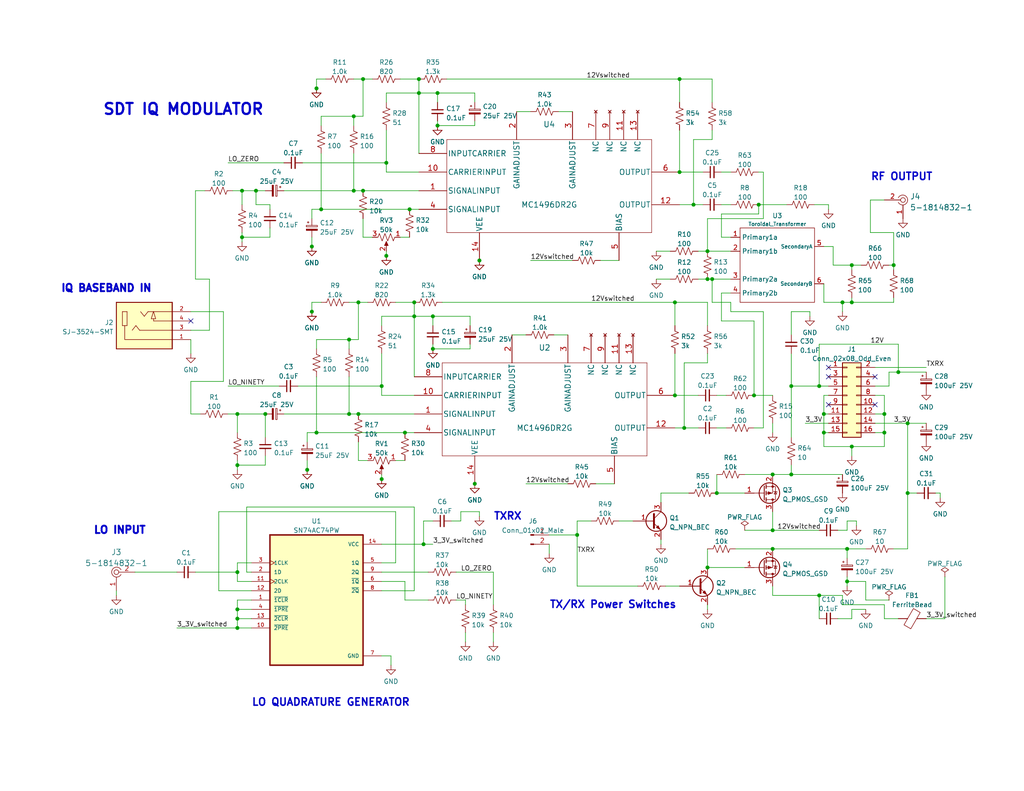
<source format=kicad_sch>
(kicad_sch (version 20211123) (generator eeschema)
  (paper "USLetter")
  (title_block (title "SDT IQ MODULATOR") (date "2022-12-06") (rev "1.0") (company "KF5N"))
  (junction (at 194.31 76.2))
  (junction (at 193.04 76.2))
  (junction (at 96.52 52.07))
  (junction (at 232.41 72.39))
  (junction (at 245.11 101.6))
  (junction (at 210.82 149.86))
  (junction (at 95.25 113.03))
  (junction (at 229.87 82.55))
  (junction (at 184.15 107.95))
  (junction (at 207.01 55.88))
  (junction (at 104.14 105.41))
  (junction (at 113.03 86.36))
  (junction (at 118.11 95.25))
  (junction (at 99.06 52.07))
  (junction (at 185.42 46.99))
  (junction (at 193.04 154.94))
  (junction (at 115.57 148.59))
  (junction (at 129.54 132.08))
  (junction (at 247.65 115.57))
  (junction (at 105.41 44.45))
  (junction (at 130.81 71.12))
  (junction (at 223.52 162.56))
  (junction (at 241.3 118.11))
  (junction (at 118.11 86.36))
  (junction (at 97.79 82.55))
  (junction (at 189.23 55.88))
  (junction (at 205.74 107.95))
  (junction (at 224.79 118.11))
  (junction (at 193.04 68.58))
  (junction (at 66.04 52.07))
  (junction (at 64.77 171.45))
  (junction (at 64.77 168.91))
  (junction (at 114.3 25.4))
  (junction (at 215.9 129.54))
  (junction (at 85.09 85.09))
  (junction (at 119.38 25.4))
  (junction (at 241.3 113.03))
  (junction (at 231.14 149.86))
  (junction (at 97.79 113.03))
  (junction (at 114.3 21.59))
  (junction (at 231.14 158.75))
  (junction (at 86.36 24.13))
  (junction (at 95.25 92.71))
  (junction (at 223.52 105.41))
  (junction (at 111.76 57.15))
  (junction (at 247.65 134.62))
  (junction (at 185.42 21.59))
  (junction (at 186.69 116.84))
  (junction (at 113.03 82.55))
  (junction (at 232.41 82.55))
  (junction (at 119.38 34.29))
  (junction (at 83.82 128.27))
  (junction (at 157.48 146.05))
  (junction (at 72.39 113.03))
  (junction (at 64.77 166.37))
  (junction (at 105.41 69.85))
  (junction (at 243.84 72.39))
  (junction (at 215.9 105.41))
  (junction (at 86.36 118.11))
  (junction (at 69.85 52.07))
  (junction (at 210.82 144.78))
  (junction (at 110.49 118.11))
  (junction (at 195.58 134.62))
  (junction (at 99.06 21.59))
  (junction (at 232.41 121.92))
  (junction (at 96.52 31.75))
  (junction (at 64.77 156.21))
  (junction (at 210.82 129.54))
  (junction (at 87.63 57.15))
  (junction (at 64.77 127))
  (junction (at 184.15 82.55))
  (junction (at 66.04 64.77))
  (junction (at 85.09 67.31))
  (junction (at 104.14 130.81))
  (junction (at 64.77 113.03))
  (junction (at 224.79 113.03))
  (no_connect (at 238.76 110.49))
  (no_connect (at 238.76 102.87))
  (no_connect (at 226.06 100.33))
  (no_connect (at 226.06 102.87))
  (no_connect (at 52.07 87.63))
  (no_connect (at 226.06 110.49))
  (wire (pts (xy 95.25 102.87) (xy 95.25 113.03)))
  (wire (pts (xy 67.31 156.21) (xy 67.31 138.43)))
  (wire (pts (xy 231.14 157.48) (xy 231.14 158.75)))
  (wire (pts (xy 193.04 154.94) (xy 203.2 154.94)))
  (wire (pts (xy 106.68 179.07) (xy 106.68 181.61)))
  (wire (pts (xy 210.82 139.7) (xy 210.82 144.78)))
  (wire (pts (xy 232.41 82.55) (xy 229.87 82.55)))
  (wire (pts (xy 52.07 90.17) (xy 57.15 90.17)))
  (wire (pts (xy 157.48 142.24) (xy 157.48 146.05)))
  (wire (pts (xy 104.14 153.67) (xy 107.95 153.67)))
  (wire (pts (xy 179.07 68.58) (xy 182.88 68.58)))
  (wire (pts (xy 83.82 118.11) (xy 83.82 120.65)))
  (wire (pts (xy 224.79 67.31) (xy 227.33 67.31)))
  (wire (pts (xy 203.2 144.78) (xy 210.82 144.78)))
  (wire (pts (xy 205.74 107.95) (xy 210.82 107.95)))
  (wire (pts (xy 66.04 64.77) (xy 73.66 64.77)))
  (wire (pts (xy 207.01 58.42) (xy 196.85 58.42)))
  (wire (pts (xy 95.25 113.03) (xy 97.79 113.03)))
  (wire (pts (xy 119.38 25.4) (xy 129.54 25.4)))
  (wire (pts (xy 226.06 55.88) (xy 226.06 57.15)))
  (wire (pts (xy 64.77 158.75) (xy 68.58 158.75)))
  (wire (pts (xy 66.04 63.5) (xy 66.04 64.77)))
  (wire (pts (xy 215.9 105.41) (xy 223.52 105.41)))
  (wire (pts (xy 241.3 168.91) (xy 245.11 168.91)))
  (wire (pts (xy 242.57 105.41) (xy 242.57 101.6)))
  (wire (pts (xy 207.01 55.88) (xy 214.63 55.88)))
  (wire (pts (xy 189.23 38.1) (xy 194.31 38.1)))
  (wire (pts (xy 72.39 127) (xy 72.39 124.46)))
  (wire (pts (xy 118.11 86.36) (xy 118.11 88.9)))
  (wire (pts (xy 223.52 162.56) (xy 229.87 162.56)))
  (wire (pts (xy 231.14 149.86) (xy 231.14 152.4)))
  (wire (pts (xy 224.79 113.03) (xy 226.06 113.03)))
  (wire (pts (xy 109.22 21.59) (xy 114.3 21.59)))
  (wire (pts (xy 243.84 72.39) (xy 243.84 63.5)))
  (wire (pts (xy 180.34 147.32) (xy 180.34 148.59)))
  (wire (pts (xy 107.95 125.73) (xy 110.49 125.73)))
  (wire (pts (xy 247.65 134.62) (xy 250.19 134.62)))
  (wire (pts (xy 226.06 107.95) (xy 224.79 107.95)))
  (wire (pts (xy 64.77 153.67) (xy 64.77 156.21)))
  (wire (pts (xy 257.81 168.91) (xy 257.81 157.48)))
  (wire (pts (xy 194.31 76.2) (xy 199.39 76.2)))
  (wire (pts (xy 118.11 142.24) (xy 115.57 142.24)))
  (wire (pts (xy 205.74 116.84) (xy 208.28 116.84)))
  (wire (pts (xy 210.82 115.57) (xy 210.82 118.11)))
  (wire (pts (xy 196.85 55.88) (xy 199.39 55.88)))
  (wire (pts (xy 99.06 59.69) (xy 99.06 64.77)))
  (wire (pts (xy 238.76 115.57) (xy 247.65 115.57)))
  (wire (pts (xy 241.3 107.95) (xy 241.3 113.03)))
  (wire (pts (xy 219.71 115.57) (xy 226.06 115.57)))
  (wire (pts (xy 86.36 21.59) (xy 86.36 24.13)))
  (wire (pts (xy 242.57 72.39) (xy 243.84 72.39)))
  (wire (pts (xy 66.04 64.77) (xy 66.04 66.04)))
  (wire (pts (xy 199.39 82.55) (xy 194.31 82.55)))
  (wire (pts (xy 111.76 57.15) (xy 114.3 57.15)))
  (wire (pts (xy 113.03 82.55) (xy 113.03 86.36)))
  (wire (pts (xy 223.52 105.41) (xy 223.52 93.98)))
  (wire (pts (xy 81.28 105.41) (xy 104.14 105.41)))
  (wire (pts (xy 87.63 34.29) (xy 87.63 31.75)))
  (wire (pts (xy 69.85 52.07) (xy 72.39 52.07)))
  (wire (pts (xy 193.04 59.69) (xy 193.04 68.58)))
  (wire (pts (xy 232.41 121.92) (xy 232.41 124.46)))
  (wire (pts (xy 62.23 105.41) (xy 76.2 105.41)))
  (wire (pts (xy 190.5 68.58) (xy 193.04 68.58)))
  (wire (pts (xy 193.04 96.52) (xy 193.04 99.06)))
  (wire (pts (xy 110.49 118.11) (xy 113.03 118.11)))
  (wire (pts (xy 196.85 64.77) (xy 199.39 64.77)))
  (wire (pts (xy 193.04 149.86) (xy 193.04 154.94)))
  (wire (pts (xy 157.48 146.05) (xy 157.48 160.02)))
  (wire (pts (xy 59.69 161.29) (xy 59.69 139.7)))
  (wire (pts (xy 241.3 113.03) (xy 241.3 118.11)))
  (wire (pts (xy 62.23 113.03) (xy 64.77 113.03)))
  (wire (pts (xy 215.9 96.52) (xy 215.9 105.41)))
  (wire (pts (xy 105.41 27.94) (xy 105.41 25.4)))
  (wire (pts (xy 97.79 120.65) (xy 97.79 125.73)))
  (wire (pts (xy 130.81 139.7) (xy 130.81 140.97)))
  (wire (pts (xy 124.46 163.83) (xy 127 163.83)))
  (wire (pts (xy 231.14 158.75) (xy 236.22 158.75)))
  (wire (pts (xy 238.76 118.11) (xy 241.3 118.11)))
  (wire (pts (xy 195.58 116.84) (xy 198.12 116.84)))
  (wire (pts (xy 87.63 41.91) (xy 87.63 57.15)))
  (wire (pts (xy 48.26 171.45) (xy 64.77 171.45)))
  (wire (pts (xy 124.46 156.21) (xy 134.62 156.21)))
  (wire (pts (xy 152.4 30.48) (xy 156.21 30.48)))
  (wire (pts (xy 97.79 82.55) (xy 100.33 82.55)))
  (wire (pts (xy 210.82 129.54) (xy 215.9 129.54)))
  (wire (pts (xy 243.84 149.86) (xy 247.65 149.86)))
  (wire (pts (xy 179.07 76.2) (xy 182.88 76.2)))
  (wire (pts (xy 168.91 142.24) (xy 172.72 142.24)))
  (wire (pts (xy 110.49 158.75) (xy 110.49 163.83)))
  (wire (pts (xy 64.77 171.45) (xy 68.58 171.45)))
  (wire (pts (xy 110.49 163.83) (xy 116.84 163.83)))
  (wire (pts (xy 255.27 134.62) (xy 256.54 134.62)))
  (wire (pts (xy 118.11 95.25) (xy 128.27 95.25)))
  (wire (pts (xy 73.66 57.15) (xy 73.66 55.88)))
  (wire (pts (xy 227.33 67.31) (xy 227.33 72.39)))
  (wire (pts (xy 99.06 52.07) (xy 114.3 52.07)))
  (wire (pts (xy 232.41 166.37) (xy 236.22 166.37)))
  (wire (pts (xy 232.41 72.39) (xy 234.95 72.39)))
  (wire (pts (xy 63.5 52.07) (xy 66.04 52.07)))
  (wire (pts (xy 231.14 149.86) (xy 236.22 149.86)))
  (wire (pts (xy 97.79 82.55) (xy 97.79 92.71)))
  (wire (pts (xy 186.69 116.84) (xy 186.69 99.06)))
  (wire (pts (xy 224.79 107.95) (xy 224.79 113.03)))
  (wire (pts (xy 121.92 21.59) (xy 185.42 21.59)))
  (wire (pts (xy 109.22 64.77) (xy 111.76 64.77)))
  (wire (pts (xy 101.6 64.77) (xy 99.06 64.77)))
  (wire (pts (xy 68.58 163.83) (xy 64.77 163.83)))
  (wire (pts (xy 247.65 115.57) (xy 252.73 115.57)))
  (wire (pts (xy 52.07 104.14) (xy 60.96 104.14)))
  (wire (pts (xy 241.3 121.92) (xy 241.3 118.11)))
  (wire (pts (xy 119.38 34.29) (xy 129.54 34.29)))
  (wire (pts (xy 85.09 57.15) (xy 85.09 59.69)))
  (wire (pts (xy 105.41 35.56) (xy 105.41 44.45)))
  (wire (pts (xy 86.36 95.25) (xy 86.36 92.71)))
  (wire (pts (xy 149.86 146.05) (xy 157.48 146.05)))
  (wire (pts (xy 210.82 149.86) (xy 231.14 149.86)))
  (wire (pts (xy 205.74 107.95) (xy 205.74 87.63)))
  (wire (pts (xy 196.85 87.63) (xy 196.85 80.01)))
  (wire (pts (xy 95.25 82.55) (xy 97.79 82.55)))
  (wire (pts (xy 86.36 92.71) (xy 95.25 92.71)))
  (wire (pts (xy 73.66 55.88) (xy 69.85 55.88)))
  (wire (pts (xy 97.79 92.71) (xy 95.25 92.71)))
  (wire (pts (xy 237.49 63.5) (xy 237.49 54.61)))
  (wire (pts (xy 96.52 31.75) (xy 96.52 34.29)))
  (wire (pts (xy 128.27 93.98) (xy 128.27 95.25)))
  (wire (pts (xy 53.34 52.07) (xy 53.34 76.2)))
  (wire (pts (xy 228.6 168.91) (xy 232.41 168.91)))
  (wire (pts (xy 104.14 86.36) (xy 113.03 86.36)))
  (wire (pts (xy 185.42 46.99) (xy 191.77 46.99)))
  (wire (pts (xy 185.42 21.59) (xy 194.31 21.59)))
  (wire (pts (xy 163.83 71.12) (xy 168.91 71.12)))
  (wire (pts (xy 104.14 129.54) (xy 104.14 130.81)))
  (wire (pts (xy 64.77 113.03) (xy 64.77 118.11)))
  (wire (pts (xy 184.15 116.84) (xy 186.69 116.84)))
  (wire (pts (xy 64.77 163.83) (xy 64.77 166.37)))
  (wire (pts (xy 195.58 129.54) (xy 195.58 134.62)))
  (wire (pts (xy 99.06 31.75) (xy 96.52 31.75)))
  (wire (pts (xy 104.14 156.21) (xy 116.84 156.21)))
  (wire (pts (xy 231.14 158.75) (xy 231.14 160.02)))
  (wire (pts (xy 232.41 81.28) (xy 232.41 82.55)))
  (wire (pts (xy 157.48 160.02) (xy 173.99 160.02)))
  (wire (pts (xy 53.34 76.2) (xy 57.15 76.2)))
  (wire (pts (xy 241.3 165.1) (xy 241.3 168.91)))
  (wire (pts (xy 97.79 113.03) (xy 113.03 113.03)))
  (wire (pts (xy 128.27 86.36) (xy 128.27 88.9)))
  (wire (pts (xy 118.11 86.36) (xy 128.27 86.36)))
  (wire (pts (xy 233.68 142.24) (xy 233.68 143.51)))
  (wire (pts (xy 88.9 21.59) (xy 86.36 21.59)))
  (wire (pts (xy 236.22 158.75) (xy 236.22 163.83)))
  (wire (pts (xy 238.76 105.41) (xy 242.57 105.41)))
  (wire (pts (xy 53.34 156.21) (xy 64.77 156.21)))
  (wire (pts (xy 59.69 139.7) (xy 107.95 139.7)))
  (wire (pts (xy 123.19 142.24) (xy 125.73 142.24)))
  (wire (pts (xy 64.77 125.73) (xy 64.77 127)))
  (wire (pts (xy 82.55 44.45) (xy 105.41 44.45)))
  (wire (pts (xy 245.11 93.98) (xy 245.11 101.6)))
  (wire (pts (xy 229.87 82.55) (xy 229.87 85.09)))
  (wire (pts (xy 99.06 21.59) (xy 101.6 21.59)))
  (wire (pts (xy 120.65 82.55) (xy 184.15 82.55)))
  (wire (pts (xy 238.76 113.03) (xy 241.3 113.03)))
  (wire (pts (xy 77.47 113.03) (xy 95.25 113.03)))
  (wire (pts (xy 195.58 134.62) (xy 203.2 134.62)))
  (wire (pts (xy 139.7 91.44) (xy 143.51 91.44)))
  (wire (pts (xy 151.13 91.44) (xy 154.94 91.44)))
  (wire (pts (xy 64.77 166.37) (xy 68.58 166.37)))
  (wire (pts (xy 184.15 82.55) (xy 193.04 82.55)))
  (wire (pts (xy 242.57 101.6) (xy 245.11 101.6)))
  (wire (pts (xy 77.47 52.07) (xy 96.52 52.07)))
  (wire (pts (xy 64.77 168.91) (xy 64.77 171.45)))
  (wire (pts (xy 105.41 25.4) (xy 114.3 25.4)))
  (wire (pts (xy 229.87 165.1) (xy 241.3 165.1)))
  (wire (pts (xy 184.15 82.55) (xy 184.15 88.9)))
  (wire (pts (xy 62.23 44.45) (xy 77.47 44.45)))
  (wire (pts (xy 67.31 138.43) (xy 113.03 138.43)))
  (wire (pts (xy 68.58 161.29) (xy 59.69 161.29)))
  (wire (pts (xy 181.61 160.02) (xy 185.42 160.02)))
  (wire (pts (xy 60.96 85.09) (xy 60.96 104.14)))
  (wire (pts (xy 53.34 52.07) (xy 55.88 52.07)))
  (wire (pts (xy 87.63 31.75) (xy 96.52 31.75)))
  (wire (pts (xy 237.49 54.61) (xy 241.3 54.61)))
  (wire (pts (xy 104.14 88.9) (xy 104.14 86.36)))
  (wire (pts (xy 185.42 55.88) (xy 189.23 55.88)))
  (wire (pts (xy 223.52 168.91) (xy 223.52 162.56)))
  (wire (pts (xy 64.77 156.21) (xy 64.77 158.75)))
  (wire (pts (xy 227.33 72.39) (xy 232.41 72.39)))
  (wire (pts (xy 203.2 129.54) (xy 210.82 129.54)))
  (wire (pts (xy 105.41 44.45) (xy 105.41 46.99)))
  (wire (pts (xy 232.41 168.91) (xy 232.41 166.37)))
  (wire (pts (xy 193.04 68.58) (xy 199.39 68.58)))
  (wire (pts (xy 134.62 156.21) (xy 134.62 165.1)))
  (wire (pts (xy 107.95 82.55) (xy 113.03 82.55)))
  (wire (pts (xy 64.77 166.37) (xy 64.77 168.91)))
  (wire (pts (xy 64.77 168.91) (xy 68.58 168.91)))
  (wire (pts (xy 256.54 134.62) (xy 256.54 135.89)))
  (wire (pts (xy 119.38 25.4) (xy 119.38 27.94)))
  (wire (pts (xy 162.56 132.08) (xy 167.64 132.08)))
  (wire (pts (xy 215.9 91.44) (xy 215.9 85.09)))
  (wire (pts (xy 223.52 93.98) (xy 245.11 93.98)))
  (wire (pts (xy 194.31 76.2) (xy 193.04 76.2)))
  (wire (pts (xy 86.36 118.11) (xy 110.49 118.11)))
  (wire (pts (xy 189.23 55.88) (xy 189.23 38.1)))
  (wire (pts (xy 224.79 118.11) (xy 226.06 118.11)))
  (wire (pts (xy 100.33 125.73) (xy 97.79 125.73)))
  (wire (pts (xy 224.79 121.92) (xy 232.41 121.92)))
  (wire (pts (xy 229.87 162.56) (xy 229.87 165.1)))
  (wire (pts (xy 207.01 55.88) (xy 207.01 58.42)))
  (wire (pts (xy 73.66 64.77) (xy 73.66 62.23)))
  (wire (pts (xy 185.42 21.59) (xy 185.42 27.94)))
  (wire (pts (xy 105.41 46.99) (xy 114.3 46.99)))
  (wire (pts (xy 118.11 93.98) (xy 118.11 95.25)))
  (wire (pts (xy 196.85 80.01) (xy 199.39 80.01)))
  (wire (pts (xy 143.51 132.08) (xy 154.94 132.08)))
  (wire (pts (xy 52.07 85.09) (xy 60.96 85.09)))
  (wire (pts (xy 243.84 63.5) (xy 237.49 63.5)))
  (wire (pts (xy 210.82 162.56) (xy 223.52 162.56)))
  (wire (pts (xy 72.39 113.03) (xy 72.39 119.38)))
  (wire (pts (xy 129.54 33.02) (xy 129.54 34.29)))
  (wire (pts (xy 85.09 64.77) (xy 85.09 67.31)))
  (wire (pts (xy 180.34 137.16) (xy 180.34 134.62)))
  (wire (pts (xy 66.04 52.07) (xy 69.85 52.07)))
  (wire (pts (xy 31.75 161.29) (xy 31.75 162.56)))
  (wire (pts (xy 99.06 21.59) (xy 99.06 31.75)))
  (wire (pts (xy 115.57 148.59) (xy 118.11 148.59)))
  (wire (pts (xy 85.09 82.55) (xy 85.09 85.09)))
  (wire (pts (xy 193.04 82.55) (xy 193.04 88.9)))
  (wire (pts (xy 185.42 35.56) (xy 185.42 46.99)))
  (wire (pts (xy 243.84 72.39) (xy 243.84 73.66)))
  (wire (pts (xy 52.07 113.03) (xy 52.07 104.14)))
  (wire (pts (xy 208.28 46.99) (xy 207.01 46.99)))
  (wire (pts (xy 180.34 134.62) (xy 187.96 134.62)))
  (wire (pts (xy 194.31 21.59) (xy 194.31 27.94)))
  (wire (pts (xy 114.3 21.59) (xy 114.3 25.4)))
  (wire (pts (xy 125.73 139.7) (xy 130.81 139.7)))
  (wire (pts (xy 64.77 127) (xy 72.39 127)))
  (wire (pts (xy 64.77 127) (xy 64.77 128.27)))
  (wire (pts (xy 66.04 52.07) (xy 66.04 55.88)))
  (wire (pts (xy 210.82 160.02) (xy 210.82 162.56)))
  (wire (pts (xy 243.84 81.28) (xy 243.84 82.55)))
  (wire (pts (xy 87.63 82.55) (xy 85.09 82.55)))
  (wire (pts (xy 194.31 35.56) (xy 194.31 38.1)))
  (wire (pts (xy 199.39 85.09) (xy 199.39 82.55)))
  (wire (pts (xy 96.52 52.07) (xy 99.06 52.07)))
  (wire (pts (xy 195.58 107.95) (xy 198.12 107.95)))
  (wire (pts (xy 205.74 87.63) (xy 196.85 87.63)))
  (wire (pts (xy 224.79 118.11) (xy 224.79 121.92)))
  (wire (pts (xy 129.54 25.4) (xy 129.54 27.94)))
  (wire (pts (xy 208.28 116.84) (xy 208.28 85.09)))
  (wire (pts (xy 113.03 86.36) (xy 118.11 86.36)))
  (wire (pts (xy 252.73 168.91) (xy 257.81 168.91)))
  (wire (pts (xy 134.62 172.72) (xy 134.62 175.26)))
  (wire (pts (xy 196.85 58.42) (xy 196.85 64.77)))
  (wire (pts (xy 87.63 57.15) (xy 85.09 57.15)))
  (wire (pts (xy 104.14 96.52) (xy 104.14 105.41)))
  (wire (pts (xy 113.03 138.43) (xy 113.03 161.29)))
  (wire (pts (xy 127 172.72) (xy 127 175.26)))
  (wire (pts (xy 231.14 142.24) (xy 233.68 142.24)))
  (wire (pts (xy 232.41 72.39) (xy 232.41 73.66)))
  (wire (pts (xy 189.23 55.88) (xy 191.77 55.88)))
  (wire (pts (xy 105.41 68.58) (xy 105.41 69.85)))
  (wire (pts (xy 52.07 113.03) (xy 54.61 113.03)))
  (wire (pts (xy 224.79 82.55) (xy 229.87 82.55)))
  (wire (pts (xy 228.6 144.78) (xy 231.14 144.78)))
  (wire (pts (xy 104.14 105.41) (xy 104.14 107.95)))
  (wire (pts (xy 95.25 92.71) (xy 95.25 95.25)))
  (wire (pts (xy 194.31 82.55) (xy 194.31 76.2)))
  (wire (pts (xy 215.9 129.54) (xy 215.9 127)))
  (wire (pts (xy 87.63 57.15) (xy 111.76 57.15)))
  (wire (pts (xy 57.15 90.17) (xy 57.15 76.2)))
  (wire (pts (xy 68.58 153.67) (xy 64.77 153.67)))
  (wire (pts (xy 247.65 115.57) (xy 247.65 134.62)))
  (wire (pts (xy 215.9 85.09) (xy 220.98 85.09)))
  (wire (pts (xy 96.52 21.59) (xy 99.06 21.59)))
  (wire (pts (xy 114.3 25.4) (xy 119.38 25.4)))
  (wire (pts (xy 113.03 86.36) (xy 113.03 102.87)))
  (wire (pts (xy 245.11 101.6) (xy 252.73 101.6)))
  (wire (pts (xy 119.38 33.02) (xy 119.38 34.29)))
  (wire (pts (xy 113.03 161.29) (xy 104.14 161.29)))
  (wire (pts (xy 184.15 107.95) (xy 190.5 107.95)))
  (wire (pts (xy 52.07 92.71) (xy 52.07 96.52)))
  (wire (pts (xy 247.65 134.62) (xy 247.65 149.86)))
  (wire (pts (xy 125.73 142.24) (xy 125.73 139.7)))
  (wire (pts (xy 208.28 59.69) (xy 208.28 46.99)))
  (wire (pts (xy 104.14 158.75) (xy 110.49 158.75)))
  (wire (pts (xy 83.82 125.73) (xy 83.82 128.27)))
  (wire (pts (xy 186.69 116.84) (xy 190.5 116.84)))
  (wire (pts (xy 86.36 102.87) (xy 86.36 118.11)))
  (wire (pts (xy 238.76 107.95) (xy 241.3 107.95)))
  (wire (pts (xy 36.83 156.21) (xy 48.26 156.21)))
  (wire (pts (xy 193.04 76.2) (xy 190.5 76.2)))
  (wire (pts (xy 210.82 144.78) (xy 223.52 144.78)))
  (wire (pts (xy 222.25 55.88) (xy 226.06 55.88)))
  (wire (pts (xy 243.84 82.55) (xy 232.41 82.55)))
  (wire (pts (xy 224.79 113.03) (xy 224.79 118.11)))
  (wire (pts (xy 208.28 85.09) (xy 199.39 85.09)))
  (wire (pts (xy 64.77 113.03) (xy 72.39 113.03)))
  (wire (pts (xy 114.3 25.4) (xy 114.3 41.91)))
  (wire (pts (xy 220.98 85.09) (xy 220.98 86.36)))
  (wire (pts (xy 215.9 129.54) (xy 229.87 129.54)))
  (wire (pts (xy 104.14 107.95) (xy 113.03 107.95)))
  (wire (pts (xy 96.52 41.91) (xy 96.52 52.07)))
  (wire (pts (xy 161.29 142.24) (xy 157.48 142.24)))
  (wire (pts (xy 236.22 163.83) (xy 242.57 163.83)))
  (wire (pts (xy 69.85 55.88) (xy 69.85 52.07)))
  (wire (pts (xy 86.36 118.11) (xy 83.82 118.11)))
  (wire (pts (xy 224.79 77.47) (xy 224.79 82.55)))
  (wire (pts (xy 115.57 142.24) (xy 115.57 148.59)))
  (wire (pts (xy 68.58 156.21) (xy 67.31 156.21)))
  (wire (pts (xy 238.76 100.33) (xy 252.73 100.33)))
  (wire (pts (xy 144.78 71.12) (xy 156.21 71.12)))
  (wire (pts (xy 231.14 144.78) (xy 231.14 142.24)))
  (wire (pts (xy 200.66 149.86) (xy 210.82 149.86)))
  (wire (pts (xy 186.69 99.06) (xy 193.04 99.06)))
  (wire (pts (xy 127 163.83) (xy 127 165.1)))
  (wire (pts (xy 223.52 105.41) (xy 226.06 105.41)))
  (wire (pts (xy 196.85 46.99) (xy 199.39 46.99)))
  (wire (pts (xy 104.14 148.59) (xy 115.57 148.59)))
  (wire (pts (xy 193.04 165.1) (xy 193.04 166.37)))
  (wire (pts (xy 184.15 96.52) (xy 184.15 107.95)))
  (wire (pts (xy 193.04 59.69) (xy 208.28 59.69)))
  (wire (pts (xy 215.9 105.41) (xy 215.9 119.38)))
  (wire (pts (xy 232.41 121.92) (xy 241.3 121.92)))
  (wire (pts (xy 107.95 139.7) (xy 107.95 153.67)))
  (wire (pts (xy 149.86 148.59) (xy 149.86 151.13)))
  (wire (pts (xy 140.97 30.48) (xy 144.78 30.48)))
  (wire (pts (xy 104.14 179.07) (xy 106.68 179.07)))
  (text "IQ BASEBAND IN" (at 16.51 80.01 0) (effects (font (size 2 2) (thickness 0.6) bold) (justify left bottom)))
  (text "SDT IQ MODULATOR" (at 27.94 31.75 0) (effects (font (size 3 3) bold) (justify left bottom)))
  (text "LO INPUT" (at 25.4 146.05 0) (effects (font (size 2 2) (thickness 0.6) bold) (justify left bottom)))
  (text "RF OUTPUT" (at 237.49 49.53 0) (effects (font (size 2 2) (thickness 0.4) bold) (justify left bottom)))
  (text "LO QUADRATURE GENERATOR" (at 68.58 193.04 0) (effects (font (size 2 2) bold) (justify left bottom)))
  (text "TX/RX Power Switches" (at 149.86 166.37 0) (effects (font (size 2 2) (thickness 0.4) bold) (justify left bottom)))
  (text "TXRX" (at 134.62 142.24 0) (effects (font (size 2 2) (thickness 0.4) bold) (justify left bottom)))
  (label "TXRX" (at 157.48 151.13 0))
  (label "3_3V_switched" (at 48.26 171.45 0))
  (label "3_3V" (at 219.71 115.57 0))
  (label "12Vswitched" (at 143.51 132.08 0))
  (label "TXRX" (at 252.73 100.33 0))
  (label "12Vswitched" (at 212.09 144.78 0))
  (label "12Vswitched" (at 161.29 82.55 0))
  (label "LO_NINETY" (at 124.46 163.83 0))
  (label "LO_NINETY" (at 62.23 105.41 0))
  (label "LO_ZERO" (at 125.73 156.21 0))
  (label "3_3V" (at 243.84 115.57 0))
  (label "12V" (at 237.49 93.98 0))
  (label "12Vswitched" (at 144.78 71.12 0))
  (label "3_3V_switched" (at 252.73 168.91 0))
  (label "LO_ZERO" (at 62.23 44.45 0))
  (label "12Vswitched" (at 160.02 21.59 0))
  (label "3_3V_switched" (at 118.11 148.59 0))
  (symbol (lib_id "Device:C_Polarized_Small") (at 74.93 52.07 270) (unit 1)
    (property "Reference" "C4" (at 75.4761 46.9732 90))
    (property "Value" "25uF 25V" (at 75.4761 49.5101 90))
    (property "Footprint" "Capacitor_THT:CP_Radial_D5.0mm_P2.00mm" (effects hide))
  )
  (symbol (lib_id "Device:C_Polarized_Small") (at 129.54 30.48 0) (unit 1)
    (property "Reference" "C20" (at 131.699 29.0992 0) (effects (justify left)))
    (property "Value" "25uF 25V" (at 131.699 31.6361 0) (effects (justify left)))
    (property "Footprint" "Capacitor_THT:CP_Radial_D5.0mm_P2.00mm" (effects hide))
  )
  (symbol (lib_id "Device:R_US") (at 196.85 149.86 90) (unit 1)
    (property "Reference" "R60" (at 196.85 145.2712 90))
    (property "Value" "10k" (at 196.85 147.8081 90))
    (property "Footprint" "Resistor_SMD:R_1206_3216Metric" (effects hide))
  )
  (symbol (lib_id "Device:R_US") (at 91.44 82.55 90) (unit 1)
    (property "Reference" "R9" (at 91.44 77.9612 90))
    (property "Value" "1.0k" (at 91.44 80.4981 90))
    (property "Footprint" "Resistor_SMD:R_1206_3216Metric" (effects hide))
  )
  (symbol (lib_id "Device:R_US") (at 97.79 116.84 0) (unit 1)
    (property "Reference" "R17" (at 99.441 116.0053 0) (effects (justify left)))
    (property "Value" "10k" (at 99.441 118.5422 0) (effects (justify left)))
    (property "Footprint" "Resistor_SMD:R_1206_3216Metric" (effects hide))
  )
  (symbol (lib_id "Device:R_US") (at 86.36 99.06 0) (unit 1)
    (property "Reference" "R5" (at 88.011 98.2253 0) (effects (justify left)))
    (property "Value" "100" (at 88.011 100.7622 0) (effects (justify left)))
    (property "Footprint" "Resistor_SMD:R_1206_3216Metric" (effects hide))
  )
  (symbol (lib_id "Device:R_US") (at 186.69 68.58 90) (unit 1)
    (property "Reference" "R10" (at 186.69 63.9912 90))
    (property "Value" "100" (at 186.69 66.5281 90))
    (property "Footprint" "Resistor_SMD:R_1206_3216Metric" (effects hide))
  )
  (symbol (lib_id "Device:R_Potentiometer_US") (at 105.41 64.77 270) (unit 1)
    (property "Reference" "RV3" (at 105.41 60.1812 90))
    (property "Value" "50k" (at 105.41 62.7181 90))
    (property "Footprint" "Potentiometer_THT:Potentiometer_Bourns_3296W_Vertical" (effects hide))
  )
  (symbol (lib_id "power:GND") (at 106.68 181.61 0) (unit 1)
    (property "Reference" "#PWR016" (effects hide))
    (property "Value" "GND" (at 106.68 186.0534 0))
  )
  (symbol (lib_id "Device:R_US") (at 158.75 132.08 90) (unit 1)
    (property "Reference" "R45" (at 158.75 127.4912 90))
    (property "Value" "10k" (at 158.75 130.0281 90))
    (property "Footprint" "Resistor_SMD:R_1206_3216Metric" (effects hide))
  )
  (symbol (lib_id "Device:R_US") (at 193.04 92.71 0) (unit 1)
    (property "Reference" "R56" (at 194.691 91.8753 0) (effects (justify left)))
    (property "Value" "3k" (at 194.691 94.4122 0) (effects (justify left)))
    (property "Footprint" "Resistor_SMD:R_1206_3216Metric" (effects hide))
  )
  (symbol (lib_id "Device:R_Potentiometer_US") (at 104.14 125.73 270) (unit 1)
    (property "Reference" "RV1" (at 104.14 121.1412 90))
    (property "Value" "50k" (at 104.14 123.6781 90))
    (property "Footprint" "Potentiometer_THT:Potentiometer_Bourns_3296W_Vertical" (effects hide))
  )
  (symbol (lib_id "power:GND") (at 229.87 85.09 0) (unit 1)
    (property "Reference" "#PWR0102" (effects hide))
    (property "Value" "GND" (at 229.87 89.5334 0))
  )
  (symbol (lib_id "Device:R_US") (at 201.93 116.84 90) (unit 1)
    (property "Reference" "R6" (at 201.93 112.2512 90))
    (property "Value" "100" (at 201.93 114.7881 90))
    (property "Footprint" "Resistor_SMD:R_1206_3216Metric" (effects hide))
  )
  (symbol (lib_id "power:GND") (at 236.22 166.37 0) (unit 1)
    (property "Reference" "#PWR0106" (effects hide))
    (property "Value" "GND" (at 236.22 170.8134 0))
  )
  (symbol (lib_id "Device:C_Polarized_Small") (at 252.73 104.14 0) (unit 1)
    (property "Reference" "C28" (at 254.889 102.7592 0) (effects (justify left)))
    (property "Value" "100uF 25V" (at 254.889 105.2961 0) (effects (justify left)))
    (property "Footprint" "Capacitor_THT:CP_Radial_D8.0mm_P3.50mm" (effects hide))
  )
  (symbol (lib_id "Device:R_US") (at 160.02 71.12 90) (unit 1)
    (property "Reference" "R47" (at 160.02 66.5312 90))
    (property "Value" "10k" (at 160.02 69.0681 90))
    (property "Footprint" "Resistor_SMD:R_1206_3216Metric" (effects hide))
  )
  (symbol (lib_id "Device:Q_NPN_BEC") (at 190.5 160.02 0) (unit 1)
    (property "Reference" "Q2" (at 195.3514 159.1853 0) (effects (justify left)))
    (property "Value" "Q_NPN_BEC" (at 195.3514 161.7222 0) (effects (justify left)))
    (property "Footprint" "Package_TO_SOT_SMD:SOT-23" (effects hide))
  )
  (symbol (lib_id "Device:C_Small") (at 226.06 168.91 90) (unit 1)
    (property "Reference" "C10" (at 226.0663 163.6481 90))
    (property "Value" "0.1uF" (at 226.0663 166.185 90))
    (property "Footprint" "Capacitor_SMD:C_1206_3216Metric" (effects hide))
  )
  (symbol (lib_id "Device:R_US") (at 186.69 76.2 90) (unit 1)
    (property "Reference" "R12" (at 186.69 71.6112 90))
    (property "Value" "100" (at 186.69 74.1481 90))
    (property "Footprint" "Resistor_SMD:R_1206_3216Metric" (effects hide))
  )
  (symbol (lib_id "Device:R_US") (at 59.69 52.07 90) (unit 1)
    (property "Reference" "R2" (at 59.69 47.4812 90))
    (property "Value" "100" (at 59.69 50.0181 90))
    (property "Footprint" "Resistor_SMD:R_1206_3216Metric" (effects hide))
  )
  (symbol (lib_id "Connector:Conn_01x02_Male") (at 144.78 146.05 0) (unit 1)
    (property "Reference" "J6" (at 145.415 142.274 0))
    (property "Value" "Conn_01x02_Male" (at 145.415 144.8109 0))
    (property "Footprint" "digikey-footprints:PinHeader_1x2_P2.5mm_Drill1.1mm" (effects hide))
  )
  (symbol (lib_id "power:GND") (at 104.14 130.81 0) (unit 1)
    (property "Reference" "#PWR012" (effects hide))
    (property "Value" "GND" (at 104.14 135.2534 0))
  )
  (symbol (lib_id "Device:C_Polarized_Small") (at 231.14 154.94 0) (unit 1)
    (property "Reference" "C27" (at 233.299 153.5592 0) (effects (justify left)))
    (property "Value" "100uF 25V" (at 233.299 156.0961 0) (effects (justify left)))
    (property "Footprint" "Capacitor_THT:CP_Radial_D8.0mm_P3.50mm" (effects hide))
  )
  (symbol (lib_id "power:GND") (at 52.07 96.52 0) (unit 1)
    (property "Reference" "#PWR01" (effects hide))
    (property "Value" "GND" (at 52.07 100.9634 0))
  )
  (symbol (lib_id "power:GND") (at 105.41 69.85 0) (unit 1)
    (property "Reference" "#PWR014" (effects hide))
    (property "Value" "GND" (at 105.41 74.2934 0))
  )
  (symbol (lib_id "Device:R_US") (at 58.42 113.03 90) (unit 1)
    (property "Reference" "R1" (at 58.42 108.4412 90))
    (property "Value" "100" (at 58.42 110.9781 90))
    (property "Footprint" "Resistor_SMD:R_1206_3216Metric" (effects hide))
  )
  (symbol (lib_id "Device:R_US") (at 243.84 77.47 180) (unit 1)
    (property "Reference" "R68" (at 245.491 76.6353 0) (effects (justify right)))
    (property "Value" "100" (at 245.491 79.1722 0) (effects (justify right)))
    (property "Footprint" "Resistor_SMD:R_1206_3216Metric" (effects hide))
  )
  (symbol (lib_id "Device:R_US") (at 184.15 92.71 0) (unit 1)
    (property "Reference" "R52" (at 185.801 91.8753 0) (effects (justify left)))
    (property "Value" "3k" (at 185.801 94.4122 0) (effects (justify left)))
    (property "Footprint" "Resistor_SMD:R_1206_3216Metric" (effects hide))
  )
  (symbol (lib_id "Device:R_US") (at 148.59 30.48 90) (unit 1)
    (property "Reference" "R43" (at 148.59 25.8912 90))
    (property "Value" "1.0k" (at 148.59 28.4281 90))
    (property "Footprint" "Resistor_SMD:R_1206_3216Metric" (effects hide))
  )
  (symbol (lib_id "Device:R_US") (at 134.62 168.91 180) (unit 1)
    (property "Reference" "R40" (at 136.271 168.0753 0) (effects (justify right)))
    (property "Value" "10k" (at 136.271 170.6122 0) (effects (justify right)))
    (property "Footprint" "Resistor_SMD:R_1206_3216Metric" (effects hide))
  )
  (symbol (lib_id "power:GND") (at 64.77 128.27 0) (unit 1)
    (property "Reference" "#PWR02" (effects hide))
    (property "Value" "GND" (at 64.77 132.7134 0))
  )
  (symbol (lib_id "power:GND") (at 252.73 106.68 0) (unit 1)
    (property "Reference" "#PWR035" (effects hide))
    (property "Value" "GND" (at 252.73 111.1234 0))
  )
  (symbol (lib_id "Device:C_Small") (at 118.11 91.44 0) (unit 1)
    (property "Reference" "C15" (at 120.4341 90.6116 0) (effects (justify left)))
    (property "Value" "0.1uF" (at 120.4341 93.1485 0) (effects (justify left)))
    (property "Footprint" "Capacitor_SMD:C_1206_3216Metric" (effects hide))
  )
  (symbol (lib_id "dk_Coaxial-Connectors-RF:5-1814832-1") (at 31.75 156.21 0) (unit 1)
    (property "Reference" "J3" (at 31.7499 150.7608 0) (effects (font (size 1.524 1.524))))
    (property "Value" "5-1814832-1" (at 31.7499 153.7542 0) (effects (font (size 1.524 1.524))))
    (property "Footprint" "digikey-footprints:RF_SMA_Vertical_5-1814832-1" (effects hide))
    (property "Datasheet" "https://www.te.com/commerce/DocumentDelivery/DDEController?Action=srchrtrv&DocNm=1814832&DocType=Customer+Drawing&DocLang=English" (effects hide))
    (property "Digi-Key_PN" "A97594-ND" (effects hide))
    (property "MPN" "5-1814832-1" (effects hide))
    (property "Category" "Connectors, Interconnects" (effects hide))
    (property "Family" "Coaxial Connectors (RF)" (effects hide))
    (property "DK_Datasheet_Link" "https://www.te.com/commerce/DocumentDelivery/DDEController?Action=srchrtrv&DocNm=1814832&DocType=Customer+Drawing&DocLang=English" (effects hide))
    (property "DK_Detail_Page" "/product-detail/en/te-connectivity-amp-connectors/5-1814832-1/A97594-ND/1755982" (effects hide))
    (property "Description" "CONN SMA JACK STR 50 OHM PCB" (effects hide))
    (property "Manufacturer" "TE Connectivity AMP Connectors" (effects hide))
    (property "Status" "Active" (effects hide))
  )
  (symbol (lib_id "power:GND") (at 229.87 134.62 0) (unit 1)
    (property "Reference" "#PWR032" (effects hide))
    (property "Value" "GND" (at 229.87 139.0634 0))
  )
  (symbol (lib_id "power:GND") (at 252.73 120.65 0) (unit 1)
    (property "Reference" "#PWR036" (effects hide))
    (property "Value" "GND" (at 252.73 125.0934 0))
  )
  (symbol (lib_id "Device:R_US") (at 87.63 38.1 0) (unit 1)
    (property "Reference" "R7" (at 89.281 37.2653 0) (effects (justify left)))
    (property "Value" "100" (at 89.281 39.8022 0) (effects (justify left)))
    (property "Footprint" "Resistor_SMD:R_1206_3216Metric" (effects hide))
  )
  (symbol (lib_id "power:PWR_FLAG") (at 242.57 163.83 0) (unit 1)
    (property "Reference" "#FLG0103" (effects hide))
    (property "Value" "PWR_FLAG" (at 242.57 160.2542 0))
  )
  (symbol (lib_id "power:GND") (at 85.09 67.31 0) (unit 1)
    (property "Reference" "#PWR06" (effects hide))
    (property "Value" "GND" (at 85.09 71.7534 0))
  )
  (symbol (lib_id "power:GND") (at 129.54 132.08 0) (unit 1)
    (property "Reference" "#PWR022" (effects hide))
    (property "Value" "GND" (at 129.54 136.5234 0))
  )
  (symbol (lib_id "Device:R_US") (at 218.44 55.88 90) (unit 1)
    (property "Reference" "R18" (at 218.44 51.2912 90))
    (property "Value" "100" (at 218.44 53.8281 90))
    (property "Footprint" "Resistor_SMD:R_1206_3216Metric" (effects hide))
  )
  (symbol (lib_id "Device:R_US") (at 92.71 21.59 90) (unit 1)
    (property "Reference" "R11" (at 92.71 17.0012 90))
    (property "Value" "1.0k" (at 92.71 19.5381 90))
    (property "Footprint" "Resistor_SMD:R_1206_3216Metric" (effects hide))
  )
  (symbol (lib_id "Device:R_US") (at 118.11 21.59 90) (unit 1)
    (property "Reference" "R35" (at 118.11 17.0012 90))
    (property "Value" "1.3k" (at 118.11 19.5381 90))
    (property "Footprint" "Resistor_SMD:R_1206_3216Metric" (effects hide))
  )
  (symbol (lib_id "power:GND") (at 134.62 175.26 0) (unit 1)
    (property "Reference" "#PWR026" (effects hide))
    (property "Value" "GND" (at 134.62 179.7034 0))
  )
  (symbol (lib_id "power:PWR_FLAG") (at 203.2 144.78 0) (unit 1)
    (property "Reference" "#FLG0102" (effects hide))
    (property "Value" "PWR_FLAG" (at 203.2 141.2042 0))
  )
  (symbol (lib_id "power:GND") (at 226.06 57.15 0) (unit 1)
    (property "Reference" "#PWR0108" (effects hide))
    (property "Value" "GND" (at 226.06 61.5934 0))
  )
  (symbol (lib_id "Device:C_Small") (at 73.66 59.69 0) (unit 1)
    (property "Reference" "C14" (at 75.9841 58.8616 0) (effects (justify left)))
    (property "Value" "0.1uF" (at 75.9841 61.3985 0) (effects (justify left)))
    (property "Footprint" "Capacitor_SMD:C_1206_3216Metric" (effects hide))
  )
  (symbol (lib_id "Device:C_Polarized_Small") (at 252.73 118.11 0) (unit 1)
    (property "Reference" "C29" (at 254.889 116.7292 0) (effects (justify left)))
    (property "Value" "100uF 25V" (at 254.889 119.2661 0) (effects (justify left)))
    (property "Footprint" "Capacitor_THT:CP_Radial_D8.0mm_P3.50mm" (effects hide))
  )
  (symbol (lib_id "power:GND") (at 149.86 151.13 0) (unit 1)
    (property "Reference" "#PWR027" (effects hide))
    (property "Value" "GND" (at 149.86 155.5734 0))
  )
  (symbol (lib_id "SN74AC74PW:SN74AC74PW") (at 86.36 163.83 0) (unit 1)
    (property "Reference" "U1" (at 86.36 142.2722 0))
    (property "Value" "SN74AC74PW" (at 86.36 144.8091 0))
    (property "Footprint" "SN74AC74PW:SOP65P640X120-14N" (effects hide))
  )
  (symbol (lib_name "MC1496DR2G_1") (lib_id "MC1496:MC1496DR2G") (at 114.3 43.18 0) (unit 1)
    (property "Reference" "U4" (at 149.86 33.9524 0) (effects (font (size 1.524 1.524))))
    (property "Value" "MC1496DR2G" (at 149.86 55.88 0) (effects (font (size 1.524 1.524))))
    (property "Footprint" "MC1496:MC1496DR2G" (effects hide))
  )
  (symbol (lib_id "Device:R_US") (at 191.77 134.62 90) (unit 1)
    (property "Reference" "R55" (at 191.77 130.0312 90))
    (property "Value" "10k" (at 191.77 132.5681 90))
    (property "Footprint" "Resistor_SMD:R_1206_3216Metric" (effects hide))
  )
  (symbol (lib_id "power:GND") (at 130.81 140.97 0) (unit 1)
    (property "Reference" "#PWR030" (effects hide))
    (property "Value" "GND" (at 130.81 145.4134 0))
  )
  (symbol (lib_id "power:GND") (at 129.54 132.08 0) (unit 1)
    (property "Reference" "#PWR023" (effects hide))
    (property "Value" "GND" (at 129.54 136.5234 0))
  )
  (symbol (lib_id "Device:R_US") (at 232.41 77.47 180) (unit 1)
    (property "Reference" "R65" (at 234.061 76.6353 0) (effects (justify right)))
    (property "Value" "100" (at 234.061 79.1722 0) (effects (justify right)))
    (property "Footprint" "Resistor_SMD:R_1206_3216Metric" (effects hide))
  )
  (symbol (lib_id "power:GND") (at 179.07 76.2 0) (unit 1)
    (property "Reference" "#PWR0104" (effects hide))
    (property "Value" "GND" (at 179.07 80.6434 0))
  )
  (symbol (lib_name "MC1496DR2G_1") (lib_id "MC1496:MC1496DR2G") (at 113.03 104.14 0) (unit 1)
    (property "Reference" "U2" (at 148.59 94.9124 0) (effects (font (size 1.524 1.524))))
    (property "Value" "MC1496DR2G" (at 148.59 116.84 0) (effects (font (size 1.524 1.524))))
    (property "Footprint" "MC1496:MC1496DR2G" (effects hide))
  )
  (symbol (lib_id "power:GND") (at 233.68 143.51 0) (unit 1)
    (property "Reference" "#PWR0105" (effects hide))
    (property "Value" "GND" (at 233.68 147.9534 0))
  )
  (symbol (lib_id "Device:R_US") (at 96.52 38.1 0) (unit 1)
    (property "Reference" "R16" (at 98.171 37.2653 0) (effects (justify left)))
    (property "Value" "100" (at 98.171 39.8022 0) (effects (justify left)))
    (property "Footprint" "Resistor_SMD:R_1206_3216Metric" (effects hide))
  )
  (symbol (lib_id "power:GND") (at 118.11 95.25 0) (unit 1)
    (property "Reference" "#PWR017" (effects hide))
    (property "Value" "GND" (at 118.11 99.6934 0))
  )
  (symbol (lib_id "Device:R_US") (at 105.41 31.75 0) (unit 1)
    (property "Reference" "R28" (at 107.061 30.9153 0) (effects (justify left)))
    (property "Value" "51" (at 107.061 33.4522 0) (effects (justify left)))
    (property "Footprint" "Resistor_SMD:R_1206_3216Metric" (effects hide))
  )
  (symbol (lib_id "Device:C_Small") (at 226.06 144.78 90) (unit 1)
    (property "Reference" "C9" (at 226.0663 139.5181 90))
    (property "Value" "0.1uF" (at 226.0663 142.055 90))
    (property "Footprint" "Capacitor_SMD:C_1206_3216Metric" (effects hide))
  )
  (symbol (lib_id "SJ-3524-SMT:SJ-3524-SMT") (at 39.37 87.63 0) (mirror x) (unit 1)
    (property "Reference" "J2" (at 30.988 88.0653 0) (effects (justify right)))
    (property "Value" "SJ-3524-SMT" (at 30.988 90.6022 0) (effects (justify right)))
    (property "Footprint" "Stereo_Jack_SMT:CUI_SJ-3524-SMT" (effects hide))
    (property "STANDARD" "Manufacturer recommendations" (effects hide))
    (property "PARTREV" "1.03" (effects hide))
    (property "MF" "CUI Inc" (effects hide))
  )
  (symbol (lib_id "Device:C_Polarized_Small") (at 74.93 113.03 270) (unit 1)
    (property "Reference" "C8" (at 75.4761 107.9332 90))
    (property "Value" "25uF 25V" (at 75.4761 110.4701 90))
    (property "Footprint" "Capacitor_THT:CP_Radial_D5.0mm_P2.00mm" (effects hide))
  )
  (symbol (lib_id "power:GND") (at 118.11 95.25 0) (unit 1)
    (property "Reference" "#PWR018" (effects hide))
    (property "Value" "GND" (at 118.11 99.6934 0))
  )
  (symbol (lib_id "Device:R_US") (at 127 168.91 180) (unit 1)
    (property "Reference" "R39" (at 128.651 168.0753 0) (effects (justify right)))
    (property "Value" "10k" (at 128.651 170.6122 0) (effects (justify right)))
    (property "Footprint" "Resistor_SMD:R_1206_3216Metric" (effects hide))
  )
  (symbol (lib_id "Device:R_US") (at 193.04 72.39 180) (unit 1)
    (property "Reference" "R13" (at 194.691 71.5553 0) (effects (justify right)))
    (property "Value" "100" (at 194.691 74.0922 0) (effects (justify right)))
    (property "Footprint" "Resistor_SMD:R_1206_3216Metric" (effects hide))
  )
  (symbol (lib_id "power:GND") (at 246.38 59.69 0) (unit 1)
    (property "Reference" "#PWR031" (effects hide))
    (property "Value" "GND" (at 246.38 64.1334 0))
  )
  (symbol (lib_id "power:GND") (at 31.75 162.56 0) (unit 1)
    (property "Reference" "#PWR0101" (effects hide))
    (property "Value" "GND" (at 31.75 167.0034 0))
  )
  (symbol (lib_id "power:GND") (at 83.82 128.27 0) (unit 1)
    (property "Reference" "#PWR04" (effects hide))
    (property "Value" "GND" (at 83.82 132.7134 0))
  )
  (symbol (lib_id "Device:R_US") (at 238.76 72.39 90) (unit 1)
    (property "Reference" "R66" (at 238.76 67.8012 90))
    (property "Value" "100" (at 238.76 70.3381 90))
    (property "Footprint" "Resistor_SMD:R_1206_3216Metric" (effects hide))
  )
  (symbol (lib_id "Device:C_Small") (at 193.04 107.95 90) (unit 1)
    (property "Reference" "C23" (at 193.0463 102.6881 90))
    (property "Value" "0.1uF" (at 193.0463 105.225 90))
    (property "Footprint" "Capacitor_SMD:C_1206_3216Metric" (effects hide))
  )
  (symbol (lib_id "sde_qse_1496_library:Toroidal_Transformer") (at 212.09 72.39 0) (unit 1)
    (property "Reference" "U3" (at 212.09 58.8818 0))
    (property "Value" "Toroidal_Transformer" (at 212.09 61.1761 0) (effects (font (size 1 1))))
    (property "Footprint" "sdt_qse_1496:Toroidal_Transformer" (effects hide))
  )
  (symbol (lib_id "power:GND") (at 179.07 68.58 0) (unit 1)
    (property "Reference" "#PWR0103" (effects hide))
    (property "Value" "GND" (at 179.07 73.0234 0))
  )
  (symbol (lib_id "power:GND") (at 130.81 71.12 0) (unit 1)
    (property "Reference" "#PWR024" (effects hide))
    (property "Value" "GND" (at 130.81 75.5634 0))
  )
  (symbol (lib_id "Device:R_US") (at 104.14 92.71 0) (unit 1)
    (property "Reference" "R24" (at 105.791 91.8753 0) (effects (justify left)))
    (property "Value" "51" (at 105.791 94.4122 0) (effects (justify left)))
    (property "Footprint" "Resistor_SMD:R_1206_3216Metric" (effects hide))
  )
  (symbol (lib_id "Device:R_US") (at 203.2 46.99 90) (unit 1)
    (property "Reference" "R63" (at 203.2 42.4012 90))
    (property "Value" "100" (at 203.2 44.9381 90))
    (property "Footprint" "Resistor_SMD:R_1206_3216Metric" (effects hide))
  )
  (symbol (lib_id "power:GND") (at 220.98 86.36 0) (unit 1)
    (property "Reference" "#PWR037" (effects hide))
    (property "Value" "GND" (at 220.98 90.8034 0))
  )
  (symbol (lib_id "Device:C_Small") (at 194.31 55.88 90) (unit 1)
    (property "Reference" "C5" (at 194.3163 50.6181 90))
    (property "Value" "0.1uF" (at 194.3163 53.155 90))
    (property "Footprint" "Capacitor_SMD:C_1206_3216Metric" (effects hide))
  )
  (symbol (lib_id "power:GND") (at 193.04 166.37 0) (unit 1)
    (property "Reference" "#PWR029" (effects hide))
    (property "Value" "GND" (at 193.04 170.8134 0))
  )
  (symbol (lib_id "Device:R_US") (at 194.31 31.75 0) (unit 1)
    (property "Reference" "R58" (at 195.961 30.9153 0) (effects (justify left)))
    (property "Value" "3k" (at 195.961 33.4522 0) (effects (justify left)))
    (property "Footprint" "Resistor_SMD:R_1206_3216Metric" (effects hide))
  )
  (symbol (lib_id "power:GND") (at 66.04 66.04 0) (unit 1)
    (property "Reference" "#PWR03" (effects hide))
    (property "Value" "GND" (at 66.04 70.4834 0))
  )
  (symbol (lib_id "Device:R_US") (at 185.42 31.75 0) (unit 1)
    (property "Reference" "R54" (at 187.071 30.9153 0) (effects (justify left)))
    (property "Value" "3k" (at 187.071 33.4522 0) (effects (justify left)))
    (property "Footprint" "Resistor_SMD:R_1206_3216Metric" (effects hide))
  )
  (symbol (lib_id "Device:C_Polarized_Small") (at 229.87 132.08 0) (unit 1)
    (property "Reference" "C26" (at 232.029 130.6992 0) (effects (justify left)))
    (property "Value" "100uF 25V" (at 232.029 133.2361 0) (effects (justify left)))
    (property "Footprint" "Capacitor_THT:CP_Radial_D8.0mm_P3.50mm" (effects hide))
  )
  (symbol (lib_id "Device:R_US") (at 201.93 107.95 90) (unit 1)
    (property "Reference" "R62" (at 201.93 103.3612 90))
    (property "Value" "100" (at 201.93 105.8981 90))
    (property "Footprint" "Resistor_SMD:R_1206_3216Metric" (effects hide))
  )
  (symbol (lib_id "Device:C_Small") (at 193.04 116.84 90) (unit 1)
    (property "Reference" "C2" (at 193.0463 111.5781 90))
    (property "Value" "0.1uF" (at 193.0463 114.115 90))
    (property "Footprint" "Capacitor_SMD:C_1206_3216Metric" (effects hide))
  )
  (symbol (lib_id "power:GND") (at 85.09 85.09 0) (unit 1)
    (property "Reference" "#PWR08" (effects hide))
    (property "Value" "GND" (at 85.09 89.5334 0))
  )
  (symbol (lib_id "Device:R_US") (at 177.8 160.02 90) (unit 1)
    (property "Reference" "R50" (at 177.8 155.4312 90))
    (property "Value" "10k" (at 177.8 157.9681 90))
    (property "Footprint" "Resistor_SMD:R_1206_3216Metric" (effects hide))
  )
  (symbol (lib_id "Device:C_Small") (at 50.8 156.21 90) (unit 1)
    (property "Reference" "C1" (at 50.8063 150.9481 90))
    (property "Value" "0.1uF" (at 50.8063 153.485 90))
    (property "Footprint" "Capacitor_SMD:C_1206_3216Metric" (effects hide))
  )
  (symbol (lib_id "power:GND") (at 119.38 34.29 0) (unit 1)
    (property "Reference" "#PWR019" (effects hide))
    (property "Value" "GND" (at 119.38 38.7334 0))
  )
  (symbol (lib_id "Device:C_Small") (at 120.65 142.24 90) (unit 1)
    (property "Reference" "C6" (at 120.6563 136.9781 90))
    (property "Value" "0.1uF" (at 120.6563 139.515 90))
    (property "Footprint" "Capacitor_SMD:C_1206_3216Metric" (effects hide))
  )
  (symbol (lib_id "Device:Q_PMOS_GSD") (at 208.28 154.94 0) (mirror x) (unit 1)
    (property "Reference" "Q4" (at 213.487 154.1053 0) (effects (justify left)))
    (property "Value" "Q_PMOS_GSD" (at 213.487 156.6422 0) (effects (justify left)))
    (property "Footprint" "Package_TO_SOT_SMD:SOT-23" (effects hide))
  )
  (symbol (lib_id "power:GND") (at 180.34 148.59 0) (unit 1)
    (property "Reference" "#PWR028" (effects hide))
    (property "Value" "GND" (at 180.34 153.0334 0))
  )
  (symbol (lib_id "power:PWR_FLAG") (at 257.81 157.48 0) (unit 1)
    (property "Reference" "#FLG0101" (effects hide))
    (property "Value" "PWR_FLAG" (at 257.81 153.9042 0))
  )
  (symbol (lib_id "power:GND") (at 85.09 67.31 0) (unit 1)
    (property "Reference" "#PWR07" (effects hide))
    (property "Value" "GND" (at 85.09 71.7534 0))
  )
  (symbol (lib_id "Device:R_US") (at 64.77 121.92 0) (unit 1)
    (property "Reference" "R3" (at 66.421 121.0853 0) (effects (justify left)))
    (property "Value" "100" (at 66.421 123.6222 0) (effects (justify left)))
    (property "Footprint" "Resistor_SMD:R_1206_3216Metric" (effects hide))
  )
  (symbol (lib_id "power:GND") (at 130.81 71.12 0) (unit 1)
    (property "Reference" "#PWR025" (effects hide))
    (property "Value" "GND" (at 130.81 75.5634 0))
  )
  (symbol (lib_id "power:GND") (at 86.36 24.13 0) (unit 1)
    (property "Reference" "#PWR010" (effects hide))
    (property "Value" "GND" (at 86.36 28.5734 0))
  )
  (symbol (lib_id "Device:C_Small") (at 72.39 121.92 0) (unit 1)
    (property "Reference" "C13" (at 74.7141 121.0916 0) (effects (justify left)))
    (property "Value" "0.1uF" (at 74.7141 123.6285 0) (effects (justify left)))
    (property "Footprint" "Capacitor_SMD:C_1206_3216Metric" (effects hide))
  )
  (symbol (lib_id "power:GND") (at 210.82 118.11 0) (unit 1)
    (property "Reference" "#PWR0107" (effects hide))
    (property "Value" "GND" (at 210.82 122.5534 0))
  )
  (symbol (lib_id "Device:C_Polarized_Small") (at 128.27 91.44 0) (unit 1)
    (property "Reference" "C19" (at 130.429 90.0592 0) (effects (justify left)))
    (property "Value" "25uF 25V" (at 130.429 92.5961 0) (effects (justify left)))
    (property "Footprint" "Capacitor_THT:CP_Radial_D5.0mm_P2.00mm" (effects hide))
  )
  (symbol (lib_id "Device:R_US") (at 99.06 55.88 0) (unit 1)
    (property "Reference" "R20" (at 100.711 55.0453 0) (effects (justify left)))
    (property "Value" "10k" (at 100.711 57.5822 0) (effects (justify left)))
    (property "Footprint" "Resistor_SMD:R_1206_3216Metric" (effects hide))
  )
  (symbol (lib_id "Device:R_US") (at 165.1 142.24 90) (unit 1)
    (property "Reference" "R49" (at 165.1 137.6512 90))
    (property "Value" "10k" (at 165.1 140.1881 90))
    (property "Footprint" "Resistor_SMD:R_1206_3216Metric" (effects hide))
  )
  (symbol (lib_id "Device:R_US") (at 240.03 149.86 270) (unit 1)
    (property "Reference" "R67" (at 240.03 145.2712 90))
    (property "Value" "10" (at 240.03 147.8081 90))
    (property "Footprint" "Resistor_SMD:R_1206_3216Metric" (effects hide))
  )
  (symbol (lib_id "Device:R_US") (at 147.32 91.44 90) (unit 1)
    (property "Reference" "R41" (at 147.32 86.8512 90))
    (property "Value" "1.0k" (at 147.32 89.3881 90))
    (property "Footprint" "Resistor_SMD:R_1206_3216Metric" (effects hide))
  )
  (symbol (lib_id "Device:R_US") (at 215.9 123.19 180) (unit 1)
    (property "Reference" "R64" (at 217.551 122.3553 0) (effects (justify right)))
    (property "Value" "10" (at 217.551 124.8922 0) (effects (justify right)))
    (property "Footprint" "Resistor_SMD:R_1206_3216Metric" (effects hide))
  )
  (symbol (lib_id "power:GND") (at 83.82 128.27 0) (unit 1)
    (property "Reference" "#PWR05" (effects hide))
    (property "Value" "GND" (at 83.82 132.7134 0))
  )
  (symbol (lib_id "dk_Coaxial-Connectors-RF:5-1814832-1") (at 246.38 54.61 0) (mirror y) (unit 1)
    (property "Reference" "J4" (at 248.2851 53.6497 0) (effects (font (size 1.524 1.524)) (justify right)))
    (property "Value" "5-1814832-1" (at 248.2851 56.6431 0) (effects (font (size 1.524 1.524)) (justify right)))
    (property "Footprint" "digikey-footprints:RF_SMA_Vertical_5-1814832-1" (effects hide))
    (property "Datasheet" "https://www.te.com/commerce/DocumentDelivery/DDEController?Action=srchrtrv&DocNm=1814832&DocType=Customer+Drawing&DocLang=English" (effects hide))
    (property "Digi-Key_PN" "A97594-ND" (effects hide))
    (property "MPN" "5-1814832-1" (effects hide))
    (property "Category" "Connectors, Interconnects" (effects hide))
    (property "Family" "Coaxial Connectors (RF)" (effects hide))
    (property "DK_Datasheet_Link" "https://www.te.com/commerce/DocumentDelivery/DDEController?Action=srchrtrv&DocNm=1814832&DocType=Customer+Drawing&DocLang=English" (effects hide))
    (property "DK_Detail_Page" "/product-detail/en/te-connectivity-amp-connectors/5-1814832-1/A97594-ND/1755982" (effects hide))
    (property "Description" "CONN SMA JACK STR 50 OHM PCB" (effects hide))
    (property "Manufacturer" "TE Connectivity AMP Connectors" (effects hide))
    (property "Status" "Active" (effects hide))
  )
  (symbol (lib_id "Device:R_US") (at 116.84 82.55 90) (unit 1)
    (property "Reference" "R34" (at 116.84 77.9612 90))
    (property "Value" "1.3k" (at 116.84 80.4981 90))
    (property "Footprint" "Resistor_SMD:R_1206_3216Metric" (effects hide))
  )
  (symbol (lib_id "Device:C_Polarized_Small") (at 83.82 123.19 0) (unit 1)
    (property "Reference" "C11" (at 85.979 121.8092 0) (effects (justify left)))
    (property "Value" "25uF 25V" (at 85.979 124.3461 0) (effects (justify left)))
    (property "Footprint" "Capacitor_THT:CP_Radial_D5.0mm_P2.00mm" (effects hide))
  )
  (symbol (lib_id "power:GND") (at 119.38 34.29 0) (unit 1)
    (property "Reference" "#PWR020" (effects hide))
    (property "Value" "GND" (at 119.38 38.7334 0))
  )
  (symbol (lib_id "Device:R_US") (at 95.25 99.06 0) (unit 1)
    (property "Reference" "R14" (at 96.901 98.2253 0) (effects (justify left)))
    (property "Value" "100" (at 96.901 100.7622 0) (effects (justify left)))
    (property "Footprint" "Resistor_SMD:R_1206_3216Metric" (effects hide))
  )
  (symbol (lib_id "Device:C_Small") (at 215.9 93.98 180) (unit 1)
    (property "Reference" "C30" (at 218.2241 93.1389 0) (effects (justify right)))
    (property "Value" "0.1uF" (at 218.2241 95.6758 0) (effects (justify right)))
    (property "Footprint" "Capacitor_SMD:C_1206_3216Metric" (effects hide))
  )
  (symbol (lib_id "Device:R_US") (at 104.14 82.55 90) (unit 1)
    (property "Reference" "R22" (at 104.14 77.9612 90))
    (property "Value" "820" (at 104.14 80.4981 90))
    (property "Footprint" "Resistor_SMD:R_1206_3216Metric" (effects hide))
  )
  (symbol (lib_id "Device:C_Polarized_Small") (at 85.09 62.23 0) (unit 1)
    (property "Reference" "C12" (at 87.249 60.8492 0) (effects (justify left)))
    (property "Value" "25uF 25V" (at 87.249 63.3861 0) (effects (justify left)))
    (property "Footprint" "Capacitor_THT:CP_Radial_D5.0mm_P2.00mm" (effects hide))
  )
  (symbol (lib_id "Device:C_Small") (at 80.01 44.45 90) (unit 1)
    (property "Reference" "C7" (at 80.0163 39.1881 90))
    (property "Value" "0.1uF" (at 80.0163 41.725 90))
    (property "Footprint" "Capacitor_SMD:C_1206_3216Metric" (effects hide))
  )
  (symbol (lib_id "Device:R_US") (at 120.65 163.83 90) (unit 1)
    (property "Reference" "R38" (at 120.65 159.2412 90))
    (property "Value" "10k" (at 120.65 161.7781 90))
    (property "Footprint" "Resistor_SMD:R_1206_3216Metric" (effects hide))
  )
  (symbol (lib_id "Device:Q_NPN_BEC") (at 177.8 142.24 0) (unit 1)
    (property "Reference" "Q1" (at 182.6514 141.4053 0) (effects (justify left)))
    (property "Value" "Q_NPN_BEC" (at 182.6514 143.9422 0) (effects (justify left)))
    (property "Footprint" "Package_TO_SOT_SMD:SOT-23" (effects hide))
  )
  (symbol (lib_id "power:GND") (at 231.14 160.02 0) (unit 1)
    (property "Reference" "#PWR033" (effects hide))
    (property "Value" "GND" (at 231.14 164.4634 0))
  )
  (symbol (lib_id "Device:C_Small") (at 119.38 30.48 0) (unit 1)
    (property "Reference" "C17" (at 121.7041 29.6516 0) (effects (justify left)))
    (property "Value" "0.1uF" (at 121.7041 32.1885 0) (effects (justify left)))
    (property "Footprint" "Capacitor_SMD:C_1206_3216Metric" (effects hide))
  )
  (symbol (lib_id "power:GND") (at 104.14 130.81 0) (unit 1)
    (property "Reference" "#PWR013" (effects hide))
    (property "Value" "GND" (at 104.14 135.2534 0))
  )
  (symbol (lib_id "power:GND") (at 232.41 124.46 0) (unit 1)
    (property "Reference" "#PWR034" (effects hide))
    (property "Value" "GND" (at 232.41 128.9034 0))
  )
  (symbol (lib_id "power:GND") (at 86.36 24.13 0) (unit 1)
    (property "Reference" "#PWR011" (effects hide))
    (property "Value" "GND" (at 86.36 28.5734 0))
  )
  (symbol (lib_id "power:GND") (at 127 175.26 0) (unit 1)
    (property "Reference" "#PWR021" (effects hide))
    (property "Value" "GND" (at 127 179.7034 0))
  )
  (symbol (lib_id "Device:R_US") (at 199.39 129.54 90) (unit 1)
    (property "Reference" "R61" (at 199.39 124.9512 90))
    (property "Value" "10k" (at 199.39 127.4881 90))
    (property "Footprint" "Resistor_SMD:R_1206_3216Metric" (effects hide))
  )
  (symbol (lib_id "Device:C_Small") (at 252.73 134.62 90) (unit 1)
    (property "Reference" "C31" (at 252.7363 129.3581 90))
    (property "Value" "0.1uF" (at 252.7363 131.895 90))
    (property "Footprint" "Capacitor_SMD:C_1206_3216Metric" (effects hide))
  )
  (symbol (lib_id "power:GND") (at 105.41 69.85 0) (unit 1)
    (property "Reference" "#PWR015" (effects hide))
    (property "Value" "GND" (at 105.41 74.2934 0))
  )
  (symbol (lib_id "Device:C_Small") (at 194.31 46.99 90) (unit 1)
    (property "Reference" "C25" (at 194.3163 41.7281 90))
    (property "Value" "0.1uF" (at 194.3163 44.265 90))
    (property "Footprint" "Capacitor_SMD:C_1206_3216Metric" (effects hide))
  )
  (symbol (lib_id "Connector_Generic:Conn_02x08_Odd_Even") (at 231.14 107.95 0) (unit 1)
    (property "Reference" "J1" (at 232.41 95.3602 0))
    (property "Value" "Conn_02x08_Odd_Even" (at 232.41 97.8971 0))
    (property "Footprint" "Connector_IDC:IDC-Header_2x08_P2.54mm_Vertical" (effects hide))
  )
  (symbol (lib_id "Device:R_US") (at 66.04 59.69 0) (unit 1)
    (property "Reference" "R4" (at 67.691 58.8553 0) (effects (justify left)))
    (property "Value" "100" (at 67.691 61.3922 0) (effects (justify left)))
    (property "Footprint" "Resistor_SMD:R_1206_3216Metric" (effects hide))
  )
  (symbol (lib_id "Device:R_US") (at 120.65 156.21 90) (unit 1)
    (property "Reference" "R37" (at 120.65 151.6212 90))
    (property "Value" "10k" (at 120.65 154.1581 90))
    (property "Footprint" "Resistor_SMD:R_1206_3216Metric" (effects hide))
  )
  (symbol (lib_id "Device:FerriteBead") (at 248.92 168.91 90) (unit 1)
    (property "Reference" "FB1" (at 248.8692 162.5686 90))
    (property "Value" "FerriteBead" (at 248.8692 165.1055 90))
    (property "Footprint" "Inductor_SMD:L_1206_3216Metric" (effects hide))
  )
  (symbol (lib_id "power:GND") (at 85.09 85.09 0) (unit 1)
    (property "Reference" "#PWR09" (effects hide))
    (property "Value" "GND" (at 85.09 89.5334 0))
  )
  (symbol (lib_id "Device:C_Small") (at 78.74 105.41 90) (unit 1)
    (property "Reference" "C3" (at 78.7463 100.1481 90))
    (property "Value" "0.1uF" (at 78.7463 102.685 90))
    (property "Footprint" "Capacitor_SMD:C_1206_3216Metric" (effects hide))
  )
  (symbol (lib_id "power:GND") (at 256.54 135.89 0) (unit 1)
    (property "Reference" "#PWR038" (effects hide))
    (property "Value" "GND" (at 256.54 140.3334 0))
  )
  (symbol (lib_id "Device:R_US") (at 210.82 111.76 180) (unit 1)
    (property "Reference" "R15" (at 212.471 110.9253 0) (effects (justify right)))
    (property "Value" "100" (at 212.471 113.4622 0) (effects (justify right)))
    (property "Footprint" "Resistor_SMD:R_1206_3216Metric" (effects hide))
  )
  (symbol (lib_id "Device:R_US") (at 111.76 60.96 0) (unit 1)
    (property "Reference" "R32" (at 113.411 60.1253 0) (effects (justify left)))
    (property "Value" "10k" (at 113.411 62.6622 0) (effects (justify left)))
    (property "Footprint" "Resistor_SMD:R_1206_3216Metric" (effects hide))
  )
  (symbol (lib_id "Device:R_US") (at 110.49 121.92 0) (unit 1)
    (property "Reference" "R30" (at 112.141 121.0853 0) (effects (justify left)))
    (property "Value" "10k" (at 112.141 123.6222 0) (effects (justify left)))
    (property "Footprint" "Resistor_SMD:R_1206_3216Metric" (effects hide))
  )
  (symbol (lib_id "Device:R_US") (at 203.2 55.88 90) (unit 1)
    (property "Reference" "R8" (at 203.2 51.2912 90))
    (property "Value" "100" (at 203.2 53.8281 90))
    (property "Footprint" "Resistor_SMD:R_1206_3216Metric" (effects hide))
  )
  (symbol (lib_id "Device:Q_PMOS_GSD") (at 208.28 134.62 0) (mirror x) (unit 1)
    (property "Reference" "Q3" (at 213.487 133.7853 0) (effects (justify left)))
    (property "Value" "Q_PMOS_GSD" (at 213.487 136.3222 0) (effects (justify left)))
    (property "Footprint" "Package_TO_SOT_SMD:SOT-23" (effects hide))
  )
  (symbol (lib_id "Device:R_US") (at 105.41 21.59 90) (unit 1)
    (property "Reference" "R26" (at 105.41 17.0012 90))
    (property "Value" "820" (at 105.41 19.5381 90))
    (property "Footprint" "Resistor_SMD:R_1206_3216Metric" (effects hide))
  )
)
</source>
